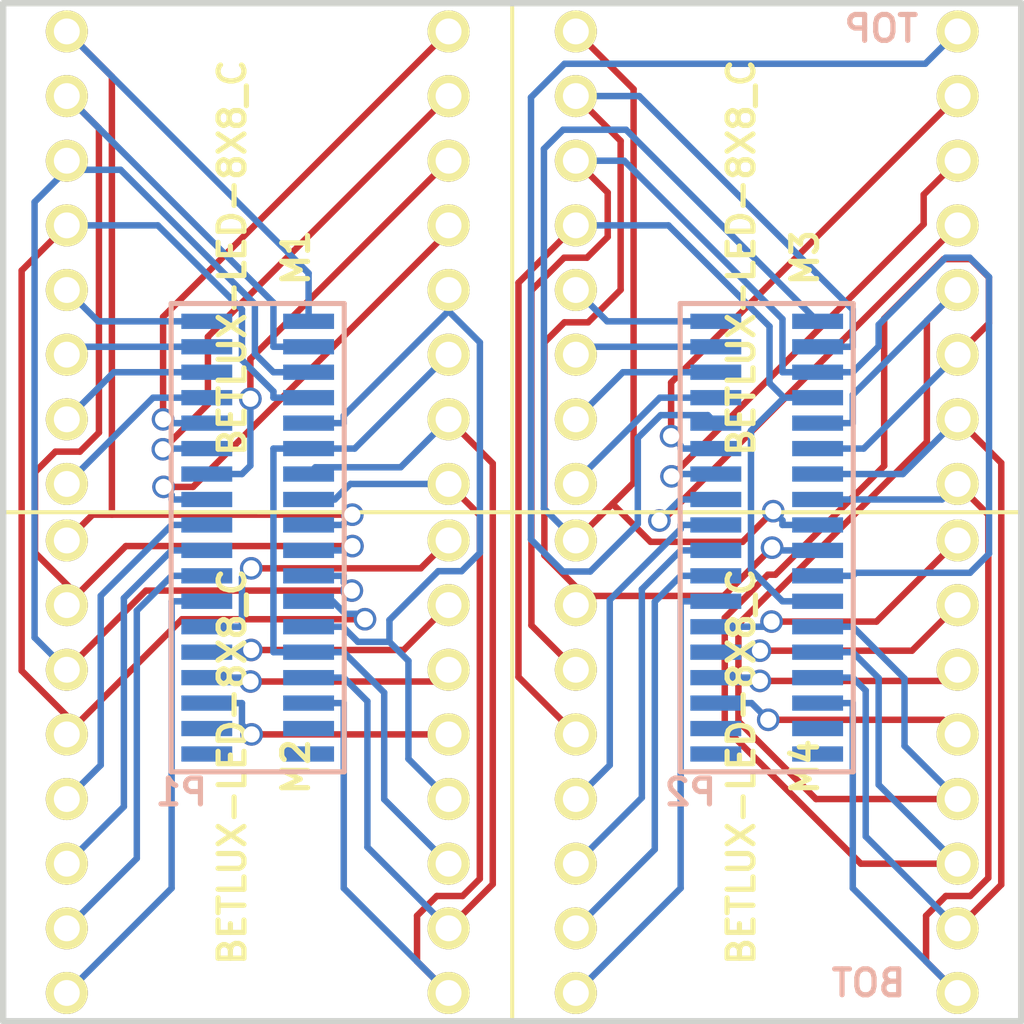
<source format=kicad_pcb>
(kicad_pcb (version 3) (host pcbnew "(2013-mar-13)-testing")

  (general
    (links 80)
    (no_connects 0)
    (area 39.671 49.670999 100.329 90.329001)
    (thickness 1.6)
    (drawings 6)
    (tracks 383)
    (zones 0)
    (modules 6)
    (nets 57)
  )

  (page A4)
  (layers
    (15 F.Cu signal)
    (0 B.Cu signal)
    (16 B.Adhes user)
    (17 F.Adhes user)
    (18 B.Paste user)
    (19 F.Paste user)
    (20 B.SilkS user)
    (21 F.SilkS user)
    (22 B.Mask user)
    (23 F.Mask user)
    (24 Dwgs.User user)
    (25 Cmts.User user)
    (26 Eco1.User user)
    (27 Eco2.User user)
    (28 Edge.Cuts user)
  )

  (setup
    (last_trace_width 0.254)
    (trace_clearance 0.254)
    (zone_clearance 0.508)
    (zone_45_only no)
    (trace_min 0.254)
    (segment_width 0.2)
    (edge_width 0.25)
    (via_size 0.889)
    (via_drill 0.635)
    (via_min_size 0.889)
    (via_min_drill 0.508)
    (uvia_size 0.508)
    (uvia_drill 0.127)
    (uvias_allowed no)
    (uvia_min_size 0.508)
    (uvia_min_drill 0.127)
    (pcb_text_width 0.2032)
    (pcb_text_size 1.016 1.016)
    (mod_edge_width 0.2)
    (mod_text_size 1.5 1.5)
    (mod_text_width 0.15)
    (pad_size 1.651 1.651)
    (pad_drill 1.016)
    (pad_to_mask_clearance 0.2)
    (aux_axis_origin 0 0)
    (visible_elements FFFFFF7F)
    (pcbplotparams
      (layerselection 3178497)
      (usegerberextensions true)
      (excludeedgelayer true)
      (linewidth 0.150000)
      (plotframeref false)
      (viasonmask false)
      (mode 1)
      (useauxorigin false)
      (hpglpennumber 1)
      (hpglpenspeed 20)
      (hpglpendiameter 15)
      (hpglpenoverlay 2)
      (psnegative false)
      (psa4output false)
      (plotreference true)
      (plotvalue true)
      (plotothertext true)
      (plotinvisibletext false)
      (padsonsilk false)
      (subtractmaskfromsilk false)
      (outputformat 1)
      (mirror false)
      (drillshape 1)
      (scaleselection 1)
      (outputdirectory ""))
  )

  (net 0 "")
  (net 1 /COL_A1)
  (net 2 /COL_A10)
  (net 3 /COL_A11)
  (net 4 /COL_A12)
  (net 5 /COL_A13)
  (net 6 /COL_A14)
  (net 7 /COL_A15)
  (net 8 /COL_A16)
  (net 9 /COL_A2)
  (net 10 /COL_A3)
  (net 11 /COL_A4)
  (net 12 /COL_A5)
  (net 13 /COL_A6)
  (net 14 /COL_A7)
  (net 15 /COL_A8)
  (net 16 /COL_A9)
  (net 17 /COL_B1)
  (net 18 /COL_B10)
  (net 19 /COL_B11)
  (net 20 /COL_B12)
  (net 21 /COL_B13)
  (net 22 /COL_B14)
  (net 23 /COL_B15)
  (net 24 /COL_B16)
  (net 25 /COL_B2)
  (net 26 /COL_B3)
  (net 27 /COL_B4)
  (net 28 /COL_B5)
  (net 29 /COL_B6)
  (net 30 /COL_B7)
  (net 31 /COL_B8)
  (net 32 /COL_B9)
  (net 33 /ROW_A1)
  (net 34 /ROW_A2)
  (net 35 /ROW_A3)
  (net 36 /ROW_A4)
  (net 37 /ROW_A5)
  (net 38 /ROW_A6)
  (net 39 /ROW_A7)
  (net 40 /ROW_A8)
  (net 41 /ROW_B1)
  (net 42 /ROW_B2)
  (net 43 /ROW_B3)
  (net 44 /ROW_B4)
  (net 45 /ROW_B5)
  (net 46 /ROW_B6)
  (net 47 /ROW_B7)
  (net 48 /ROW_B8)
  (net 49 N-000003)
  (net 50 N-000004)
  (net 51 N-0000043)
  (net 52 N-0000044)
  (net 53 N-0000045)
  (net 54 N-0000047)
  (net 55 N-000005)
  (net 56 N-000006)

  (net_class Default "This is the default net class."
    (clearance 0.254)
    (trace_width 0.254)
    (via_dia 0.889)
    (via_drill 0.635)
    (uvia_dia 0.508)
    (uvia_drill 0.127)
    (add_net "")
    (add_net /COL_A1)
    (add_net /COL_A10)
    (add_net /COL_A11)
    (add_net /COL_A12)
    (add_net /COL_A13)
    (add_net /COL_A14)
    (add_net /COL_A15)
    (add_net /COL_A16)
    (add_net /COL_A2)
    (add_net /COL_A3)
    (add_net /COL_A4)
    (add_net /COL_A5)
    (add_net /COL_A6)
    (add_net /COL_A7)
    (add_net /COL_A8)
    (add_net /COL_A9)
    (add_net /COL_B1)
    (add_net /COL_B10)
    (add_net /COL_B11)
    (add_net /COL_B12)
    (add_net /COL_B13)
    (add_net /COL_B14)
    (add_net /COL_B15)
    (add_net /COL_B16)
    (add_net /COL_B2)
    (add_net /COL_B3)
    (add_net /COL_B4)
    (add_net /COL_B5)
    (add_net /COL_B6)
    (add_net /COL_B7)
    (add_net /COL_B8)
    (add_net /COL_B9)
    (add_net /ROW_A1)
    (add_net /ROW_A2)
    (add_net /ROW_A3)
    (add_net /ROW_A4)
    (add_net /ROW_A5)
    (add_net /ROW_A6)
    (add_net /ROW_A7)
    (add_net /ROW_A8)
    (add_net /ROW_B1)
    (add_net /ROW_B2)
    (add_net /ROW_B3)
    (add_net /ROW_B4)
    (add_net /ROW_B5)
    (add_net /ROW_B6)
    (add_net /ROW_B7)
    (add_net /ROW_B8)
    (add_net N-000003)
    (add_net N-000004)
    (add_net N-0000043)
    (add_net N-0000044)
    (add_net N-0000045)
    (add_net N-0000047)
    (add_net N-000005)
    (add_net N-000006)
  )

  (module LED_MATRIX_20MM_8x8 (layer F.Cu) (tedit 52003DF1) (tstamp 52004771)
    (at 60 60)
    (path /52004052)
    (fp_text reference M1 (at 1.5 0 90) (layer F.SilkS)
      (effects (font (size 1.016 1.016) (thickness 0.2032)))
    )
    (fp_text value BETLUX-LED-8X8_C (at -1 0 90) (layer F.SilkS)
      (effects (font (size 1.016 1.016) (thickness 0.2032)))
    )
    (fp_line (start 0 -10) (end 10 -10) (layer F.SilkS) (width 0.15))
    (fp_line (start 10 -10) (end 10 10) (layer F.SilkS) (width 0.15))
    (fp_line (start 10 10) (end -10 10) (layer F.SilkS) (width 0.15))
    (fp_line (start -10 10) (end -10 -10) (layer F.SilkS) (width 0.15))
    (fp_line (start -10 -10) (end 0.5 -10) (layer F.SilkS) (width 0.15))
    (pad 1 thru_hole circle (at -7.5 -8.89) (size 1.651 1.651) (drill 1.016)
      (layers *.Cu *.Mask F.SilkS)
      (net 33 /ROW_A1)
    )
    (pad 2 thru_hole circle (at -7.5 -6.35) (size 1.651 1.651) (drill 1.016)
      (layers *.Cu *.Mask F.SilkS)
      (net 34 /ROW_A2)
    )
    (pad 3 thru_hole circle (at -7.5 -3.81) (size 1.651 1.651) (drill 1.016)
      (layers *.Cu *.Mask F.SilkS)
      (net 35 /ROW_A3)
    )
    (pad 4 thru_hole circle (at -7.5 -1.27) (size 1.651 1.651) (drill 1.016)
      (layers *.Cu *.Mask F.SilkS)
      (net 36 /ROW_A4)
    )
    (pad 5 thru_hole circle (at -7.5 1.27) (size 1.651 1.651) (drill 1.016)
      (layers *.Cu *.Mask F.SilkS)
      (net 1 /COL_A1)
    )
    (pad 6 thru_hole circle (at -7.5 3.81) (size 1.651 1.651) (drill 1.016)
      (layers *.Cu *.Mask F.SilkS)
      (net 9 /COL_A2)
    )
    (pad 7 thru_hole circle (at -7.5 6.35) (size 1.651 1.651) (drill 1.016)
      (layers *.Cu *.Mask F.SilkS)
      (net 10 /COL_A3)
    )
    (pad 8 thru_hole circle (at -7.5 8.89) (size 1.651 1.651) (drill 1.016)
      (layers *.Cu *.Mask F.SilkS)
      (net 11 /COL_A4)
    )
    (pad 9 thru_hole circle (at 7.5 8.89) (size 1.651 1.651) (drill 1.016)
      (layers *.Cu *.Mask F.SilkS)
      (net 40 /ROW_A8)
    )
    (pad 10 thru_hole circle (at 7.5 6.35) (size 1.651 1.651) (drill 1.016)
      (layers *.Cu *.Mask F.SilkS)
      (net 39 /ROW_A7)
    )
    (pad 11 thru_hole circle (at 7.5 3.81) (size 1.651 1.651) (drill 1.016)
      (layers *.Cu *.Mask F.SilkS)
      (net 38 /ROW_A6)
    )
    (pad 12 thru_hole circle (at 7.5 1.27) (size 1.651 1.651) (drill 1.016)
      (layers *.Cu *.Mask F.SilkS)
      (net 37 /ROW_A5)
    )
    (pad 13 thru_hole circle (at 7.5 -1.27) (size 1.651 1.651) (drill 1.016)
      (layers *.Cu *.Mask F.SilkS)
      (net 15 /COL_A8)
    )
    (pad 14 thru_hole circle (at 7.5 -3.81) (size 1.651 1.651) (drill 1.016)
      (layers *.Cu *.Mask F.SilkS)
      (net 14 /COL_A7)
    )
    (pad 15 thru_hole circle (at 7.5 -6.35) (size 1.651 1.651) (drill 1.016)
      (layers *.Cu *.Mask F.SilkS)
      (net 13 /COL_A6)
    )
    (pad 16 thru_hole circle (at 7.5 -8.89) (size 1.651 1.651) (drill 1.016)
      (layers *.Cu *.Mask F.SilkS)
      (net 12 /COL_A5)
    )
  )

  (module LED_MATRIX_20MM_8x8 (layer F.Cu) (tedit 52003DF1) (tstamp 5200478A)
    (at 60 80)
    (path /52004061)
    (fp_text reference M2 (at 1.5 0 90) (layer F.SilkS)
      (effects (font (size 1.016 1.016) (thickness 0.2032)))
    )
    (fp_text value BETLUX-LED-8X8_C (at -1 0 90) (layer F.SilkS)
      (effects (font (size 1.016 1.016) (thickness 0.2032)))
    )
    (fp_line (start 0 -10) (end 10 -10) (layer F.SilkS) (width 0.15))
    (fp_line (start 10 -10) (end 10 10) (layer F.SilkS) (width 0.15))
    (fp_line (start 10 10) (end -10 10) (layer F.SilkS) (width 0.15))
    (fp_line (start -10 10) (end -10 -10) (layer F.SilkS) (width 0.15))
    (fp_line (start -10 -10) (end 0.5 -10) (layer F.SilkS) (width 0.15))
    (pad 1 thru_hole circle (at -7.5 -8.89) (size 1.651 1.651) (drill 1.016)
      (layers *.Cu *.Mask F.SilkS)
      (net 33 /ROW_A1)
    )
    (pad 2 thru_hole circle (at -7.5 -6.35) (size 1.651 1.651) (drill 1.016)
      (layers *.Cu *.Mask F.SilkS)
      (net 34 /ROW_A2)
    )
    (pad 3 thru_hole circle (at -7.5 -3.81) (size 1.651 1.651) (drill 1.016)
      (layers *.Cu *.Mask F.SilkS)
      (net 35 /ROW_A3)
    )
    (pad 4 thru_hole circle (at -7.5 -1.27) (size 1.651 1.651) (drill 1.016)
      (layers *.Cu *.Mask F.SilkS)
      (net 36 /ROW_A4)
    )
    (pad 5 thru_hole circle (at -7.5 1.27) (size 1.651 1.651) (drill 1.016)
      (layers *.Cu *.Mask F.SilkS)
      (net 16 /COL_A9)
    )
    (pad 6 thru_hole circle (at -7.5 3.81) (size 1.651 1.651) (drill 1.016)
      (layers *.Cu *.Mask F.SilkS)
      (net 2 /COL_A10)
    )
    (pad 7 thru_hole circle (at -7.5 6.35) (size 1.651 1.651) (drill 1.016)
      (layers *.Cu *.Mask F.SilkS)
      (net 3 /COL_A11)
    )
    (pad 8 thru_hole circle (at -7.5 8.89) (size 1.651 1.651) (drill 1.016)
      (layers *.Cu *.Mask F.SilkS)
      (net 4 /COL_A12)
    )
    (pad 9 thru_hole circle (at 7.5 8.89) (size 1.651 1.651) (drill 1.016)
      (layers *.Cu *.Mask F.SilkS)
      (net 40 /ROW_A8)
    )
    (pad 10 thru_hole circle (at 7.5 6.35) (size 1.651 1.651) (drill 1.016)
      (layers *.Cu *.Mask F.SilkS)
      (net 39 /ROW_A7)
    )
    (pad 11 thru_hole circle (at 7.5 3.81) (size 1.651 1.651) (drill 1.016)
      (layers *.Cu *.Mask F.SilkS)
      (net 38 /ROW_A6)
    )
    (pad 12 thru_hole circle (at 7.5 1.27) (size 1.651 1.651) (drill 1.016)
      (layers *.Cu *.Mask F.SilkS)
      (net 37 /ROW_A5)
    )
    (pad 13 thru_hole circle (at 7.5 -1.27) (size 1.651 1.651) (drill 1.016)
      (layers *.Cu *.Mask F.SilkS)
      (net 8 /COL_A16)
    )
    (pad 14 thru_hole circle (at 7.5 -3.81) (size 1.651 1.651) (drill 1.016)
      (layers *.Cu *.Mask F.SilkS)
      (net 7 /COL_A15)
    )
    (pad 15 thru_hole circle (at 7.5 -6.35) (size 1.651 1.651) (drill 1.016)
      (layers *.Cu *.Mask F.SilkS)
      (net 6 /COL_A14)
    )
    (pad 16 thru_hole circle (at 7.5 -8.89) (size 1.651 1.651) (drill 1.016)
      (layers *.Cu *.Mask F.SilkS)
      (net 5 /COL_A13)
    )
  )

  (module LED_MATRIX_20MM_8x8 (layer F.Cu) (tedit 52003DF1) (tstamp 520047A3)
    (at 80 60)
    (path /52004070)
    (fp_text reference M3 (at 1.5 0 90) (layer F.SilkS)
      (effects (font (size 1.016 1.016) (thickness 0.2032)))
    )
    (fp_text value BETLUX-LED-8X8_C (at -1 0 90) (layer F.SilkS)
      (effects (font (size 1.016 1.016) (thickness 0.2032)))
    )
    (fp_line (start 0 -10) (end 10 -10) (layer F.SilkS) (width 0.15))
    (fp_line (start 10 -10) (end 10 10) (layer F.SilkS) (width 0.15))
    (fp_line (start 10 10) (end -10 10) (layer F.SilkS) (width 0.15))
    (fp_line (start -10 10) (end -10 -10) (layer F.SilkS) (width 0.15))
    (fp_line (start -10 -10) (end 0.5 -10) (layer F.SilkS) (width 0.15))
    (pad 1 thru_hole circle (at -7.5 -8.89) (size 1.651 1.651) (drill 1.016)
      (layers *.Cu *.Mask F.SilkS)
      (net 41 /ROW_B1)
    )
    (pad 2 thru_hole circle (at -7.5 -6.35) (size 1.651 1.651) (drill 1.016)
      (layers *.Cu *.Mask F.SilkS)
      (net 42 /ROW_B2)
    )
    (pad 3 thru_hole circle (at -7.5 -3.81) (size 1.651 1.651) (drill 1.016)
      (layers *.Cu *.Mask F.SilkS)
      (net 43 /ROW_B3)
    )
    (pad 4 thru_hole circle (at -7.5 -1.27) (size 1.651 1.651) (drill 1.016)
      (layers *.Cu *.Mask F.SilkS)
      (net 44 /ROW_B4)
    )
    (pad 5 thru_hole circle (at -7.5 1.27) (size 1.651 1.651) (drill 1.016)
      (layers *.Cu *.Mask F.SilkS)
      (net 17 /COL_B1)
    )
    (pad 6 thru_hole circle (at -7.5 3.81) (size 1.651 1.651) (drill 1.016)
      (layers *.Cu *.Mask F.SilkS)
      (net 25 /COL_B2)
    )
    (pad 7 thru_hole circle (at -7.5 6.35) (size 1.651 1.651) (drill 1.016)
      (layers *.Cu *.Mask F.SilkS)
      (net 26 /COL_B3)
    )
    (pad 8 thru_hole circle (at -7.5 8.89) (size 1.651 1.651) (drill 1.016)
      (layers *.Cu *.Mask F.SilkS)
      (net 27 /COL_B4)
    )
    (pad 9 thru_hole circle (at 7.5 8.89) (size 1.651 1.651) (drill 1.016)
      (layers *.Cu *.Mask F.SilkS)
      (net 48 /ROW_B8)
    )
    (pad 10 thru_hole circle (at 7.5 6.35) (size 1.651 1.651) (drill 1.016)
      (layers *.Cu *.Mask F.SilkS)
      (net 47 /ROW_B7)
    )
    (pad 11 thru_hole circle (at 7.5 3.81) (size 1.651 1.651) (drill 1.016)
      (layers *.Cu *.Mask F.SilkS)
      (net 46 /ROW_B6)
    )
    (pad 12 thru_hole circle (at 7.5 1.27) (size 1.651 1.651) (drill 1.016)
      (layers *.Cu *.Mask F.SilkS)
      (net 45 /ROW_B5)
    )
    (pad 13 thru_hole circle (at 7.5 -1.27) (size 1.651 1.651) (drill 1.016)
      (layers *.Cu *.Mask F.SilkS)
      (net 31 /COL_B8)
    )
    (pad 14 thru_hole circle (at 7.5 -3.81) (size 1.651 1.651) (drill 1.016)
      (layers *.Cu *.Mask F.SilkS)
      (net 30 /COL_B7)
    )
    (pad 15 thru_hole circle (at 7.5 -6.35) (size 1.651 1.651) (drill 1.016)
      (layers *.Cu *.Mask F.SilkS)
      (net 29 /COL_B6)
    )
    (pad 16 thru_hole circle (at 7.5 -8.89) (size 1.651 1.651) (drill 1.016)
      (layers *.Cu *.Mask F.SilkS)
      (net 28 /COL_B5)
    )
  )

  (module LED_MATRIX_20MM_8x8 (layer F.Cu) (tedit 52003DF1) (tstamp 520047BC)
    (at 80 80)
    (path /5200407F)
    (fp_text reference M4 (at 1.5 0 90) (layer F.SilkS)
      (effects (font (size 1.016 1.016) (thickness 0.2032)))
    )
    (fp_text value BETLUX-LED-8X8_C (at -1 0 90) (layer F.SilkS)
      (effects (font (size 1.016 1.016) (thickness 0.2032)))
    )
    (fp_line (start 0 -10) (end 10 -10) (layer F.SilkS) (width 0.15))
    (fp_line (start 10 -10) (end 10 10) (layer F.SilkS) (width 0.15))
    (fp_line (start 10 10) (end -10 10) (layer F.SilkS) (width 0.15))
    (fp_line (start -10 10) (end -10 -10) (layer F.SilkS) (width 0.15))
    (fp_line (start -10 -10) (end 0.5 -10) (layer F.SilkS) (width 0.15))
    (pad 1 thru_hole circle (at -7.5 -8.89) (size 1.651 1.651) (drill 1.016)
      (layers *.Cu *.Mask F.SilkS)
      (net 41 /ROW_B1)
    )
    (pad 2 thru_hole circle (at -7.5 -6.35) (size 1.651 1.651) (drill 1.016)
      (layers *.Cu *.Mask F.SilkS)
      (net 42 /ROW_B2)
    )
    (pad 3 thru_hole circle (at -7.5 -3.81) (size 1.651 1.651) (drill 1.016)
      (layers *.Cu *.Mask F.SilkS)
      (net 43 /ROW_B3)
    )
    (pad 4 thru_hole circle (at -7.5 -1.27) (size 1.651 1.651) (drill 1.016)
      (layers *.Cu *.Mask F.SilkS)
      (net 44 /ROW_B4)
    )
    (pad 5 thru_hole circle (at -7.5 1.27) (size 1.651 1.651) (drill 1.016)
      (layers *.Cu *.Mask F.SilkS)
      (net 32 /COL_B9)
    )
    (pad 6 thru_hole circle (at -7.5 3.81) (size 1.651 1.651) (drill 1.016)
      (layers *.Cu *.Mask F.SilkS)
      (net 18 /COL_B10)
    )
    (pad 7 thru_hole circle (at -7.5 6.35) (size 1.651 1.651) (drill 1.016)
      (layers *.Cu *.Mask F.SilkS)
      (net 19 /COL_B11)
    )
    (pad 8 thru_hole circle (at -7.5 8.89) (size 1.651 1.651) (drill 1.016)
      (layers *.Cu *.Mask F.SilkS)
      (net 20 /COL_B12)
    )
    (pad 9 thru_hole circle (at 7.5 8.89) (size 1.651 1.651) (drill 1.016)
      (layers *.Cu *.Mask F.SilkS)
      (net 48 /ROW_B8)
    )
    (pad 10 thru_hole circle (at 7.5 6.35) (size 1.651 1.651) (drill 1.016)
      (layers *.Cu *.Mask F.SilkS)
      (net 47 /ROW_B7)
    )
    (pad 11 thru_hole circle (at 7.5 3.81) (size 1.651 1.651) (drill 1.016)
      (layers *.Cu *.Mask F.SilkS)
      (net 46 /ROW_B6)
    )
    (pad 12 thru_hole circle (at 7.5 1.27) (size 1.651 1.651) (drill 1.016)
      (layers *.Cu *.Mask F.SilkS)
      (net 45 /ROW_B5)
    )
    (pad 13 thru_hole circle (at 7.5 -1.27) (size 1.651 1.651) (drill 1.016)
      (layers *.Cu *.Mask F.SilkS)
      (net 24 /COL_B16)
    )
    (pad 14 thru_hole circle (at 7.5 -3.81) (size 1.651 1.651) (drill 1.016)
      (layers *.Cu *.Mask F.SilkS)
      (net 23 /COL_B15)
    )
    (pad 15 thru_hole circle (at 7.5 -6.35) (size 1.651 1.651) (drill 1.016)
      (layers *.Cu *.Mask F.SilkS)
      (net 22 /COL_B14)
    )
    (pad 16 thru_hole circle (at 7.5 -8.89) (size 1.651 1.651) (drill 1.016)
      (layers *.Cu *.Mask F.SilkS)
      (net 21 /COL_B13)
    )
  )

  (module SMD_HEADER_18X2 (layer B.Cu) (tedit 520047BD) (tstamp 520047E9)
    (at 60 71 180)
    (path /520049BE)
    (fp_text reference P1 (at 3 -10 180) (layer B.SilkS)
      (effects (font (size 1.016 1.016) (thickness 0.2032)) (justify mirror))
    )
    (fp_text value LED-MATRIX-2X-8X8-FEMALE (at 0 10.6 180) (layer B.SilkS) hide
      (effects (font (size 1.5 1.5) (thickness 0.15)) (justify mirror))
    )
    (fp_line (start 0 9.2) (end 3.4 9.2) (layer B.SilkS) (width 0.2))
    (fp_line (start 3.4 9.2) (end 3.4 -9.2) (layer B.SilkS) (width 0.2))
    (fp_line (start 3.4 -9.2) (end -3.4 -9.2) (layer B.SilkS) (width 0.2))
    (fp_line (start -3.4 -9.2) (end -3.4 9.2) (layer B.SilkS) (width 0.2))
    (fp_line (start -3.4 9.2) (end 0.1 9.2) (layer B.SilkS) (width 0.2))
    (pad 1 smd rect (at -2 8.5 180) (size 2 0.6)
      (layers B.Cu B.Paste B.Mask)
      (net 33 /ROW_A1)
    )
    (pad 2 smd rect (at 2 8.5 180) (size 2 0.6)
      (layers B.Cu B.Paste B.Mask)
      (net 1 /COL_A1)
    )
    (pad 3 smd rect (at -2 7.5 180) (size 2 0.6)
      (layers B.Cu B.Paste B.Mask)
      (net 34 /ROW_A2)
    )
    (pad 4 smd rect (at 2 7.5 180) (size 2 0.6)
      (layers B.Cu B.Paste B.Mask)
      (net 9 /COL_A2)
    )
    (pad 5 smd rect (at -2 6.5 180) (size 2 0.6)
      (layers B.Cu B.Paste B.Mask)
      (net 35 /ROW_A3)
    )
    (pad 6 smd rect (at 2 6.5 180) (size 2 0.6)
      (layers B.Cu B.Paste B.Mask)
      (net 10 /COL_A3)
    )
    (pad 7 smd rect (at -2 5.5 180) (size 2 0.6)
      (layers B.Cu B.Paste B.Mask)
      (net 36 /ROW_A4)
    )
    (pad 8 smd rect (at 2 5.5 180) (size 2 0.6)
      (layers B.Cu B.Paste B.Mask)
      (net 11 /COL_A4)
    )
    (pad 9 smd rect (at -2 4.5 180) (size 2 0.6)
      (layers B.Cu B.Paste B.Mask)
      (net 37 /ROW_A5)
    )
    (pad 10 smd rect (at 2 4.5 180) (size 2 0.6)
      (layers B.Cu B.Paste B.Mask)
      (net 12 /COL_A5)
    )
    (pad 11 smd rect (at -2 3.5 180) (size 2 0.6)
      (layers B.Cu B.Paste B.Mask)
      (net 38 /ROW_A6)
    )
    (pad 12 smd rect (at 2 3.5 180) (size 2 0.6)
      (layers B.Cu B.Paste B.Mask)
      (net 13 /COL_A6)
    )
    (pad 13 smd rect (at -2 2.5 180) (size 2 0.6)
      (layers B.Cu B.Paste B.Mask)
      (net 39 /ROW_A7)
    )
    (pad 14 smd rect (at 2 2.5 180) (size 2 0.6)
      (layers B.Cu B.Paste B.Mask)
      (net 14 /COL_A7)
    )
    (pad 15 smd rect (at -2 1.5 180) (size 2 0.6)
      (layers B.Cu B.Paste B.Mask)
      (net 40 /ROW_A8)
    )
    (pad 16 smd rect (at 2 1.5 180) (size 2 0.6)
      (layers B.Cu B.Paste B.Mask)
      (net 15 /COL_A8)
    )
    (pad 17 smd rect (at -2 0.5 180) (size 2 0.6)
      (layers B.Cu B.Paste B.Mask)
      (net 33 /ROW_A1)
    )
    (pad 18 smd rect (at 2 0.5 180) (size 2 0.6)
      (layers B.Cu B.Paste B.Mask)
      (net 16 /COL_A9)
    )
    (pad 19 smd rect (at -2 -0.5 180) (size 2 0.6)
      (layers B.Cu B.Paste B.Mask)
      (net 34 /ROW_A2)
    )
    (pad 20 smd rect (at 2 -0.5 180) (size 2 0.6)
      (layers B.Cu B.Paste B.Mask)
      (net 2 /COL_A10)
    )
    (pad 21 smd rect (at -2 -1.5 180) (size 2 0.6)
      (layers B.Cu B.Paste B.Mask)
      (net 35 /ROW_A3)
    )
    (pad 22 smd rect (at 2 -1.5 180) (size 2 0.6)
      (layers B.Cu B.Paste B.Mask)
      (net 3 /COL_A11)
    )
    (pad 23 smd rect (at -2 -2.5 180) (size 2 0.6)
      (layers B.Cu B.Paste B.Mask)
      (net 36 /ROW_A4)
    )
    (pad 24 smd rect (at 2 -2.5 180) (size 2 0.6)
      (layers B.Cu B.Paste B.Mask)
      (net 4 /COL_A12)
    )
    (pad 25 smd rect (at -2 -3.5 180) (size 2 0.6)
      (layers B.Cu B.Paste B.Mask)
      (net 37 /ROW_A5)
    )
    (pad 26 smd rect (at 2 -3.5 180) (size 2 0.6)
      (layers B.Cu B.Paste B.Mask)
      (net 5 /COL_A13)
    )
    (pad 27 smd rect (at -2 -4.5 180) (size 2 0.6)
      (layers B.Cu B.Paste B.Mask)
      (net 38 /ROW_A6)
    )
    (pad 28 smd rect (at 2 -4.5 180) (size 2 0.6)
      (layers B.Cu B.Paste B.Mask)
      (net 6 /COL_A14)
    )
    (pad 29 smd rect (at -2 -5.5 180) (size 2 0.6)
      (layers B.Cu B.Paste B.Mask)
      (net 39 /ROW_A7)
    )
    (pad 30 smd rect (at 2 -5.5 180) (size 2 0.6)
      (layers B.Cu B.Paste B.Mask)
      (net 7 /COL_A15)
    )
    (pad 31 smd rect (at -2 -6.5 180) (size 2 0.6)
      (layers B.Cu B.Paste B.Mask)
      (net 40 /ROW_A8)
    )
    (pad 32 smd rect (at 2 -6.5 180) (size 2 0.6)
      (layers B.Cu B.Paste B.Mask)
      (net 8 /COL_A16)
    )
    (pad 33 smd rect (at -2 -7.5 180) (size 2 0.6)
      (layers B.Cu B.Paste B.Mask)
      (net 54 N-0000047)
    )
    (pad 34 smd rect (at 2 -7.5 180) (size 2 0.6)
      (layers B.Cu B.Paste B.Mask)
      (net 53 N-0000045)
    )
    (pad 35 smd rect (at -2 -8.5 180) (size 2 0.6)
      (layers B.Cu B.Paste B.Mask)
      (net 52 N-0000044)
    )
    (pad 36 smd rect (at 2 -8.5 180) (size 2 0.6)
      (layers B.Cu B.Paste B.Mask)
      (net 51 N-0000043)
    )
  )

  (module SMD_HEADER_18X2 (layer B.Cu) (tedit 52004806) (tstamp 52004816)
    (at 80 71 180)
    (path /520049CD)
    (fp_text reference P2 (at 3 -10 180) (layer B.SilkS)
      (effects (font (size 1.016 1.016) (thickness 0.2032)) (justify mirror))
    )
    (fp_text value LED-MATRIX-2X-8X8-FEMALE (at 0 10.6 180) (layer B.SilkS) hide
      (effects (font (size 1.5 1.5) (thickness 0.15)) (justify mirror))
    )
    (fp_line (start 0 9.2) (end 3.4 9.2) (layer B.SilkS) (width 0.2))
    (fp_line (start 3.4 9.2) (end 3.4 -9.2) (layer B.SilkS) (width 0.2))
    (fp_line (start 3.4 -9.2) (end -3.4 -9.2) (layer B.SilkS) (width 0.2))
    (fp_line (start -3.4 -9.2) (end -3.4 9.2) (layer B.SilkS) (width 0.2))
    (fp_line (start -3.4 9.2) (end 0.1 9.2) (layer B.SilkS) (width 0.2))
    (pad 1 smd rect (at -2 8.5 180) (size 2 0.6)
      (layers B.Cu B.Paste B.Mask)
      (net 41 /ROW_B1)
    )
    (pad 2 smd rect (at 2 8.5 180) (size 2 0.6)
      (layers B.Cu B.Paste B.Mask)
      (net 17 /COL_B1)
    )
    (pad 3 smd rect (at -2 7.5 180) (size 2 0.6)
      (layers B.Cu B.Paste B.Mask)
      (net 42 /ROW_B2)
    )
    (pad 4 smd rect (at 2 7.5 180) (size 2 0.6)
      (layers B.Cu B.Paste B.Mask)
      (net 25 /COL_B2)
    )
    (pad 5 smd rect (at -2 6.5 180) (size 2 0.6)
      (layers B.Cu B.Paste B.Mask)
      (net 43 /ROW_B3)
    )
    (pad 6 smd rect (at 2 6.5 180) (size 2 0.6)
      (layers B.Cu B.Paste B.Mask)
      (net 26 /COL_B3)
    )
    (pad 7 smd rect (at -2 5.5 180) (size 2 0.6)
      (layers B.Cu B.Paste B.Mask)
      (net 44 /ROW_B4)
    )
    (pad 8 smd rect (at 2 5.5 180) (size 2 0.6)
      (layers B.Cu B.Paste B.Mask)
      (net 27 /COL_B4)
    )
    (pad 9 smd rect (at -2 4.5 180) (size 2 0.6)
      (layers B.Cu B.Paste B.Mask)
      (net 45 /ROW_B5)
    )
    (pad 10 smd rect (at 2 4.5 180) (size 2 0.6)
      (layers B.Cu B.Paste B.Mask)
      (net 28 /COL_B5)
    )
    (pad 11 smd rect (at -2 3.5 180) (size 2 0.6)
      (layers B.Cu B.Paste B.Mask)
      (net 46 /ROW_B6)
    )
    (pad 12 smd rect (at 2 3.5 180) (size 2 0.6)
      (layers B.Cu B.Paste B.Mask)
      (net 29 /COL_B6)
    )
    (pad 13 smd rect (at -2 2.5 180) (size 2 0.6)
      (layers B.Cu B.Paste B.Mask)
      (net 47 /ROW_B7)
    )
    (pad 14 smd rect (at 2 2.5 180) (size 2 0.6)
      (layers B.Cu B.Paste B.Mask)
      (net 30 /COL_B7)
    )
    (pad 15 smd rect (at -2 1.5 180) (size 2 0.6)
      (layers B.Cu B.Paste B.Mask)
      (net 48 /ROW_B8)
    )
    (pad 16 smd rect (at 2 1.5 180) (size 2 0.6)
      (layers B.Cu B.Paste B.Mask)
      (net 31 /COL_B8)
    )
    (pad 17 smd rect (at -2 0.5 180) (size 2 0.6)
      (layers B.Cu B.Paste B.Mask)
      (net 41 /ROW_B1)
    )
    (pad 18 smd rect (at 2 0.5 180) (size 2 0.6)
      (layers B.Cu B.Paste B.Mask)
      (net 32 /COL_B9)
    )
    (pad 19 smd rect (at -2 -0.5 180) (size 2 0.6)
      (layers B.Cu B.Paste B.Mask)
      (net 42 /ROW_B2)
    )
    (pad 20 smd rect (at 2 -0.5 180) (size 2 0.6)
      (layers B.Cu B.Paste B.Mask)
      (net 18 /COL_B10)
    )
    (pad 21 smd rect (at -2 -1.5 180) (size 2 0.6)
      (layers B.Cu B.Paste B.Mask)
      (net 43 /ROW_B3)
    )
    (pad 22 smd rect (at 2 -1.5 180) (size 2 0.6)
      (layers B.Cu B.Paste B.Mask)
      (net 19 /COL_B11)
    )
    (pad 23 smd rect (at -2 -2.5 180) (size 2 0.6)
      (layers B.Cu B.Paste B.Mask)
      (net 44 /ROW_B4)
    )
    (pad 24 smd rect (at 2 -2.5 180) (size 2 0.6)
      (layers B.Cu B.Paste B.Mask)
      (net 20 /COL_B12)
    )
    (pad 25 smd rect (at -2 -3.5 180) (size 2 0.6)
      (layers B.Cu B.Paste B.Mask)
      (net 45 /ROW_B5)
    )
    (pad 26 smd rect (at 2 -3.5 180) (size 2 0.6)
      (layers B.Cu B.Paste B.Mask)
      (net 21 /COL_B13)
    )
    (pad 27 smd rect (at -2 -4.5 180) (size 2 0.6)
      (layers B.Cu B.Paste B.Mask)
      (net 46 /ROW_B6)
    )
    (pad 28 smd rect (at 2 -4.5 180) (size 2 0.6)
      (layers B.Cu B.Paste B.Mask)
      (net 22 /COL_B14)
    )
    (pad 29 smd rect (at -2 -5.5 180) (size 2 0.6)
      (layers B.Cu B.Paste B.Mask)
      (net 47 /ROW_B7)
    )
    (pad 30 smd rect (at 2 -5.5 180) (size 2 0.6)
      (layers B.Cu B.Paste B.Mask)
      (net 23 /COL_B15)
    )
    (pad 31 smd rect (at -2 -6.5 180) (size 2 0.6)
      (layers B.Cu B.Paste B.Mask)
      (net 48 /ROW_B8)
    )
    (pad 32 smd rect (at 2 -6.5 180) (size 2 0.6)
      (layers B.Cu B.Paste B.Mask)
      (net 24 /COL_B16)
    )
    (pad 33 smd rect (at -2 -7.5 180) (size 2 0.6)
      (layers B.Cu B.Paste B.Mask)
      (net 50 N-000004)
    )
    (pad 34 smd rect (at 2 -7.5 180) (size 2 0.6)
      (layers B.Cu B.Paste B.Mask)
      (net 56 N-000006)
    )
    (pad 35 smd rect (at -2 -8.5 180) (size 2 0.6)
      (layers B.Cu B.Paste B.Mask)
      (net 49 N-000003)
    )
    (pad 36 smd rect (at 2 -8.5 180) (size 2 0.6)
      (layers B.Cu B.Paste B.Mask)
      (net 55 N-000005)
    )
  )

  (gr_text BOT (at 84 88.5) (layer B.SilkS)
    (effects (font (size 1.016 1.016) (thickness 0.2032)) (justify mirror))
  )
  (gr_text TOP (at 84.5 51) (layer B.SilkS)
    (effects (font (size 1.016 1.016) (thickness 0.2032)) (justify mirror))
  )
  (gr_line (start 90 90) (end 90 50) (angle 90) (layer Edge.Cuts) (width 0.25))
  (gr_line (start 50 90) (end 90 90) (angle 90) (layer Edge.Cuts) (width 0.25))
  (gr_line (start 50 50) (end 50 90) (angle 90) (layer Edge.Cuts) (width 0.25))
  (gr_line (start 90 50) (end 50 50) (angle 90) (layer Edge.Cuts) (width 0.25))

  (segment (start 53.73 62.5) (end 52.5 61.27) (width 0.254) (layer B.Cu) (net 1))
  (segment (start 58 62.5) (end 53.73 62.5) (width 0.254) (layer B.Cu) (net 1))
  (segment (start 58 71.5) (end 56.6187 71.5) (width 0.254) (layer B.Cu) (net 2))
  (segment (start 54.7425 81.5675) (end 52.5 83.81) (width 0.254) (layer B.Cu) (net 2))
  (segment (start 54.7425 73.3762) (end 54.7425 81.5675) (width 0.254) (layer B.Cu) (net 2))
  (segment (start 56.6187 71.5) (end 54.7425 73.3762) (width 0.254) (layer B.Cu) (net 2))
  (segment (start 58 72.5) (end 56.6187 72.5) (width 0.254) (layer B.Cu) (net 3))
  (segment (start 55.2508 83.5992) (end 52.5 86.35) (width 0.254) (layer B.Cu) (net 3))
  (segment (start 55.2508 73.8679) (end 55.2508 83.5992) (width 0.254) (layer B.Cu) (net 3))
  (segment (start 56.6187 72.5) (end 55.2508 73.8679) (width 0.254) (layer B.Cu) (net 3))
  (segment (start 56.6187 84.7713) (end 52.5 88.89) (width 0.254) (layer B.Cu) (net 4))
  (segment (start 56.6187 73.5) (end 56.6187 84.7713) (width 0.254) (layer B.Cu) (net 4))
  (segment (start 58 73.5) (end 56.6187 73.5) (width 0.254) (layer B.Cu) (net 4))
  (via (at 59.7459 72.2051) (size 0.889) (layers F.Cu B.Cu) (net 5))
  (segment (start 59.3813 72.5697) (end 59.7459 72.2051) (width 0.254) (layer B.Cu) (net 5))
  (segment (start 59.3813 74.5) (end 59.3813 72.5697) (width 0.254) (layer B.Cu) (net 5))
  (segment (start 66.4049 72.2051) (end 67.5 71.11) (width 0.254) (layer F.Cu) (net 5))
  (segment (start 59.7459 72.2051) (end 66.4049 72.2051) (width 0.254) (layer F.Cu) (net 5))
  (segment (start 58 74.5) (end 59.3813 74.5) (width 0.254) (layer B.Cu) (net 5))
  (via (at 59.7459 75.4135) (size 0.889) (layers F.Cu B.Cu) (net 6))
  (segment (start 59.4678 75.4135) (end 59.7459 75.4135) (width 0.254) (layer B.Cu) (net 6))
  (segment (start 59.3813 75.5) (end 59.4678 75.4135) (width 0.254) (layer B.Cu) (net 6))
  (segment (start 65.7365 75.4135) (end 67.5 73.65) (width 0.254) (layer F.Cu) (net 6))
  (segment (start 59.7459 75.4135) (end 65.7365 75.4135) (width 0.254) (layer F.Cu) (net 6))
  (segment (start 58 75.5) (end 59.3813 75.5) (width 0.254) (layer B.Cu) (net 6))
  (via (at 59.7172 76.6533) (size 0.889) (layers F.Cu B.Cu) (net 7))
  (segment (start 59.5346 76.6533) (end 59.7172 76.6533) (width 0.254) (layer B.Cu) (net 7))
  (segment (start 59.3813 76.5) (end 59.5346 76.6533) (width 0.254) (layer B.Cu) (net 7))
  (segment (start 67.0367 76.6533) (end 59.7172 76.6533) (width 0.254) (layer F.Cu) (net 7))
  (segment (start 67.5 76.19) (end 67.0367 76.6533) (width 0.254) (layer F.Cu) (net 7))
  (segment (start 58 76.5) (end 59.3813 76.5) (width 0.254) (layer B.Cu) (net 7))
  (via (at 59.7606 78.73) (size 0.889) (layers F.Cu B.Cu) (net 8))
  (segment (start 58 77.5) (end 59.3813 77.5) (width 0.254) (layer B.Cu) (net 8))
  (segment (start 59.3813 78.3507) (end 59.7606 78.73) (width 0.254) (layer B.Cu) (net 8))
  (segment (start 59.3813 77.5) (end 59.3813 78.3507) (width 0.254) (layer B.Cu) (net 8))
  (segment (start 67.5 78.73) (end 59.7606 78.73) (width 0.254) (layer F.Cu) (net 8))
  (segment (start 52.81 63.5) (end 52.5 63.81) (width 0.254) (layer B.Cu) (net 9))
  (segment (start 58 63.5) (end 52.81 63.5) (width 0.254) (layer B.Cu) (net 9))
  (segment (start 54.35 64.5) (end 52.5 66.35) (width 0.254) (layer B.Cu) (net 10))
  (segment (start 58 64.5) (end 54.35 64.5) (width 0.254) (layer B.Cu) (net 10))
  (segment (start 55.89 65.5) (end 52.5 68.89) (width 0.254) (layer B.Cu) (net 11))
  (segment (start 58 65.5) (end 55.89 65.5) (width 0.254) (layer B.Cu) (net 11))
  (via (at 56.2828 66.3518) (size 0.889) (layers F.Cu B.Cu) (net 12))
  (segment (start 58 66.5) (end 56.6187 66.5) (width 0.254) (layer B.Cu) (net 12))
  (segment (start 56.4705 66.3518) (end 56.2828 66.3518) (width 0.254) (layer B.Cu) (net 12))
  (segment (start 56.6187 66.5) (end 56.4705 66.3518) (width 0.254) (layer B.Cu) (net 12))
  (segment (start 56.2828 62.3272) (end 56.2828 66.3518) (width 0.254) (layer F.Cu) (net 12))
  (segment (start 67.5 51.11) (end 56.2828 62.3272) (width 0.254) (layer F.Cu) (net 12))
  (via (at 56.2746 67.5282) (size 0.889) (layers F.Cu B.Cu) (net 13))
  (segment (start 56.3028 67.5) (end 56.2746 67.5282) (width 0.254) (layer B.Cu) (net 13))
  (segment (start 58 67.5) (end 56.3028 67.5) (width 0.254) (layer B.Cu) (net 13))
  (segment (start 58.0444 63.1056) (end 67.5 53.65) (width 0.254) (layer F.Cu) (net 13))
  (segment (start 58.0444 65.7584) (end 58.0444 63.1056) (width 0.254) (layer F.Cu) (net 13))
  (segment (start 56.2746 67.5282) (end 58.0444 65.7584) (width 0.254) (layer F.Cu) (net 13))
  (via (at 59.7127 65.5432) (size 0.889) (layers F.Cu B.Cu) (net 14))
  (segment (start 58 68.5) (end 59.3813 68.5) (width 0.254) (layer B.Cu) (net 14))
  (segment (start 59.7127 68.1686) (end 59.7127 65.5432) (width 0.254) (layer B.Cu) (net 14))
  (segment (start 59.3813 68.5) (end 59.7127 68.1686) (width 0.254) (layer B.Cu) (net 14))
  (segment (start 59.7127 63.9773) (end 59.7127 65.5432) (width 0.254) (layer F.Cu) (net 14))
  (segment (start 67.5 56.19) (end 59.7127 63.9773) (width 0.254) (layer F.Cu) (net 14))
  (via (at 56.3009 69.0051) (size 0.889) (layers F.Cu B.Cu) (net 15))
  (segment (start 58 69.5) (end 56.6187 69.5) (width 0.254) (layer B.Cu) (net 15))
  (segment (start 56.6187 69.3229) (end 56.3009 69.0051) (width 0.254) (layer B.Cu) (net 15))
  (segment (start 56.6187 69.5) (end 56.6187 69.3229) (width 0.254) (layer B.Cu) (net 15))
  (segment (start 57.4587 69.0051) (end 56.3009 69.0051) (width 0.254) (layer F.Cu) (net 15))
  (segment (start 67.5 58.9638) (end 57.4587 69.0051) (width 0.254) (layer F.Cu) (net 15))
  (segment (start 67.5 58.73) (end 67.5 58.9638) (width 0.254) (layer F.Cu) (net 15))
  (segment (start 53.8331 79.9369) (end 52.5 81.27) (width 0.254) (layer B.Cu) (net 16))
  (segment (start 53.8331 73.2856) (end 53.8331 79.9369) (width 0.254) (layer B.Cu) (net 16))
  (segment (start 56.6187 70.5) (end 53.8331 73.2856) (width 0.254) (layer B.Cu) (net 16))
  (segment (start 58 70.5) (end 56.6187 70.5) (width 0.254) (layer B.Cu) (net 16))
  (segment (start 73.73 62.5) (end 72.5 61.27) (width 0.254) (layer B.Cu) (net 17))
  (segment (start 78 62.5) (end 73.73 62.5) (width 0.254) (layer B.Cu) (net 17))
  (segment (start 78 71.5) (end 76.6187 71.5) (width 0.254) (layer B.Cu) (net 18))
  (segment (start 75.0938 81.2162) (end 72.5 83.81) (width 0.254) (layer B.Cu) (net 18))
  (segment (start 75.0938 73.0249) (end 75.0938 81.2162) (width 0.254) (layer B.Cu) (net 18))
  (segment (start 76.6187 71.5) (end 75.0938 73.0249) (width 0.254) (layer B.Cu) (net 18))
  (segment (start 78 72.5) (end 76.6187 72.5) (width 0.254) (layer B.Cu) (net 19))
  (segment (start 75.6021 83.2479) (end 72.5 86.35) (width 0.254) (layer B.Cu) (net 19))
  (segment (start 75.6021 73.5166) (end 75.6021 83.2479) (width 0.254) (layer B.Cu) (net 19))
  (segment (start 76.6187 72.5) (end 75.6021 73.5166) (width 0.254) (layer B.Cu) (net 19))
  (segment (start 78 73.5) (end 76.6187 73.5) (width 0.254) (layer B.Cu) (net 20))
  (segment (start 76.6187 84.7713) (end 72.5 88.89) (width 0.254) (layer B.Cu) (net 20))
  (segment (start 76.6187 73.5) (end 76.6187 84.7713) (width 0.254) (layer B.Cu) (net 20))
  (via (at 80.1898 74.2975) (size 0.889) (layers F.Cu B.Cu) (net 21))
  (segment (start 79.9873 74.5) (end 80.1898 74.2975) (width 0.254) (layer B.Cu) (net 21))
  (segment (start 78 74.5) (end 79.9873 74.5) (width 0.254) (layer B.Cu) (net 21))
  (segment (start 84.3125 74.2975) (end 80.1898 74.2975) (width 0.254) (layer F.Cu) (net 21))
  (segment (start 87.5 71.11) (end 84.3125 74.2975) (width 0.254) (layer F.Cu) (net 21))
  (via (at 79.7347 75.4409) (size 0.889) (layers F.Cu B.Cu) (net 22))
  (segment (start 79.4404 75.4409) (end 79.7347 75.4409) (width 0.254) (layer B.Cu) (net 22))
  (segment (start 79.3813 75.5) (end 79.4404 75.4409) (width 0.254) (layer B.Cu) (net 22))
  (segment (start 85.7091 75.4409) (end 79.7347 75.4409) (width 0.254) (layer F.Cu) (net 22))
  (segment (start 87.5 73.65) (end 85.7091 75.4409) (width 0.254) (layer F.Cu) (net 22))
  (segment (start 78 75.5) (end 79.3813 75.5) (width 0.254) (layer B.Cu) (net 22))
  (via (at 79.7319 76.6292) (size 0.889) (layers F.Cu B.Cu) (net 23))
  (segment (start 79.5105 76.6292) (end 79.7319 76.6292) (width 0.254) (layer B.Cu) (net 23))
  (segment (start 79.3813 76.5) (end 79.5105 76.6292) (width 0.254) (layer B.Cu) (net 23))
  (segment (start 87.0608 76.6292) (end 79.7319 76.6292) (width 0.254) (layer F.Cu) (net 23))
  (segment (start 87.5 76.19) (end 87.0608 76.6292) (width 0.254) (layer F.Cu) (net 23))
  (segment (start 78 76.5) (end 79.3813 76.5) (width 0.254) (layer B.Cu) (net 23))
  (via (at 80.06 78.1564) (size 0.889) (layers F.Cu B.Cu) (net 24))
  (segment (start 79.4036 77.5) (end 80.06 78.1564) (width 0.254) (layer B.Cu) (net 24))
  (segment (start 78 77.5) (end 79.4036 77.5) (width 0.254) (layer B.Cu) (net 24))
  (segment (start 86.9264 78.1564) (end 87.5 78.73) (width 0.254) (layer F.Cu) (net 24))
  (segment (start 80.06 78.1564) (end 86.9264 78.1564) (width 0.254) (layer F.Cu) (net 24))
  (segment (start 72.81 63.5) (end 72.5 63.81) (width 0.254) (layer B.Cu) (net 25))
  (segment (start 78 63.5) (end 72.81 63.5) (width 0.254) (layer B.Cu) (net 25))
  (segment (start 74.35 64.5) (end 72.5 66.35) (width 0.254) (layer B.Cu) (net 26))
  (segment (start 76.6187 64.5) (end 74.35 64.5) (width 0.254) (layer B.Cu) (net 26))
  (segment (start 78 64.5) (end 76.6187 64.5) (width 0.254) (layer B.Cu) (net 26))
  (segment (start 72.5 68.8002) (end 72.5 68.89) (width 0.254) (layer B.Cu) (net 27))
  (segment (start 75.8002 65.5) (end 72.5 68.8002) (width 0.254) (layer B.Cu) (net 27))
  (segment (start 78 65.5) (end 75.8002 65.5) (width 0.254) (layer B.Cu) (net 27))
  (segment (start 77.6855 66.1855) (end 78 66.5) (width 0.254) (layer B.Cu) (net 28))
  (segment (start 75.8334 66.1855) (end 77.6855 66.1855) (width 0.254) (layer B.Cu) (net 28))
  (segment (start 74.9352 67.0837) (end 75.8334 66.1855) (width 0.254) (layer B.Cu) (net 28))
  (segment (start 74.9352 70.4612) (end 74.9352 67.0837) (width 0.254) (layer B.Cu) (net 28))
  (segment (start 73.0664 72.33) (end 74.9352 70.4612) (width 0.254) (layer B.Cu) (net 28))
  (segment (start 71.997 72.33) (end 73.0664 72.33) (width 0.254) (layer B.Cu) (net 28))
  (segment (start 70.7384 71.0714) (end 71.997 72.33) (width 0.254) (layer B.Cu) (net 28))
  (segment (start 70.7384 53.6989) (end 70.7384 71.0714) (width 0.254) (layer B.Cu) (net 28))
  (segment (start 72.0573 52.38) (end 70.7384 53.6989) (width 0.254) (layer B.Cu) (net 28))
  (segment (start 86.23 52.38) (end 72.0573 52.38) (width 0.254) (layer B.Cu) (net 28))
  (segment (start 87.5 51.11) (end 86.23 52.38) (width 0.254) (layer B.Cu) (net 28))
  (via (at 76.2431 67.0114) (size 0.889) (layers F.Cu B.Cu) (net 29))
  (segment (start 76.6187 67.387) (end 76.2431 67.0114) (width 0.254) (layer B.Cu) (net 29))
  (segment (start 76.6187 67.5) (end 76.6187 67.387) (width 0.254) (layer B.Cu) (net 29))
  (segment (start 76.2431 64.9069) (end 87.5 53.65) (width 0.254) (layer F.Cu) (net 29))
  (segment (start 76.2431 67.0114) (end 76.2431 64.9069) (width 0.254) (layer F.Cu) (net 29))
  (segment (start 78 67.5) (end 76.6187 67.5) (width 0.254) (layer B.Cu) (net 29))
  (via (at 76.2598 68.5907) (size 0.889) (layers F.Cu B.Cu) (net 30))
  (segment (start 76.528 68.5907) (end 76.2598 68.5907) (width 0.254) (layer B.Cu) (net 30))
  (segment (start 76.6187 68.5) (end 76.528 68.5907) (width 0.254) (layer B.Cu) (net 30))
  (segment (start 86.1669 57.5231) (end 87.5 56.19) (width 0.254) (layer F.Cu) (net 30))
  (segment (start 86.1669 58.6836) (end 86.1669 57.5231) (width 0.254) (layer F.Cu) (net 30))
  (segment (start 76.2598 68.5907) (end 86.1669 58.6836) (width 0.254) (layer F.Cu) (net 30))
  (segment (start 78 68.5) (end 76.6187 68.5) (width 0.254) (layer B.Cu) (net 30))
  (via (at 75.783 70.328) (size 0.889) (layers F.Cu B.Cu) (net 31))
  (segment (start 76.611 69.5) (end 75.783 70.328) (width 0.254) (layer B.Cu) (net 31))
  (segment (start 78 69.5) (end 76.611 69.5) (width 0.254) (layer B.Cu) (net 31))
  (segment (start 75.902 70.328) (end 75.783 70.328) (width 0.254) (layer F.Cu) (net 31))
  (segment (start 87.5 58.73) (end 75.902 70.328) (width 0.254) (layer F.Cu) (net 31))
  (segment (start 78 70.5) (end 76.6187 70.5) (width 0.254) (layer B.Cu) (net 32))
  (segment (start 76.6187 70.6603) (end 76.6187 70.5) (width 0.254) (layer B.Cu) (net 32))
  (segment (start 73.8331 73.4459) (end 76.6187 70.6603) (width 0.254) (layer B.Cu) (net 32))
  (segment (start 73.8331 79.9369) (end 73.8331 73.4459) (width 0.254) (layer B.Cu) (net 32))
  (segment (start 72.5 81.27) (end 73.8331 79.9369) (width 0.254) (layer B.Cu) (net 32))
  (via (at 63.7177 70.0969) (size 0.889) (layers F.Cu B.Cu) (net 33))
  (segment (start 62 60.61) (end 62 62.5) (width 0.254) (layer B.Cu) (net 33))
  (segment (start 52.5 51.11) (end 62 60.61) (width 0.254) (layer B.Cu) (net 33))
  (segment (start 63.3813 70.4333) (end 63.7177 70.0969) (width 0.254) (layer B.Cu) (net 33))
  (segment (start 63.3813 70.5) (end 63.3813 70.4333) (width 0.254) (layer B.Cu) (net 33))
  (segment (start 62 70.5) (end 63.3813 70.5) (width 0.254) (layer B.Cu) (net 33))
  (segment (start 54.2711 52.8811) (end 54.2711 70.0969) (width 0.254) (layer F.Cu) (net 33))
  (segment (start 52.5 51.11) (end 54.2711 52.8811) (width 0.254) (layer F.Cu) (net 33))
  (segment (start 63.7177 70.0969) (end 54.2711 70.0969) (width 0.254) (layer F.Cu) (net 33))
  (segment (start 53.5131 70.0969) (end 52.5 71.11) (width 0.254) (layer F.Cu) (net 33))
  (segment (start 54.2711 70.0969) (end 53.5131 70.0969) (width 0.254) (layer F.Cu) (net 33))
  (via (at 63.7234 71.3306) (size 0.889) (layers F.Cu B.Cu) (net 34))
  (segment (start 53.762 54.912) (end 52.5 53.65) (width 0.254) (layer F.Cu) (net 34))
  (segment (start 53.762 66.8731) (end 53.762 54.912) (width 0.254) (layer F.Cu) (net 34))
  (segment (start 53.0151 67.62) (end 53.762 66.8731) (width 0.254) (layer F.Cu) (net 34))
  (segment (start 52.0546 67.62) (end 53.0151 67.62) (width 0.254) (layer F.Cu) (net 34))
  (segment (start 51.2502 68.4244) (end 52.0546 67.62) (width 0.254) (layer F.Cu) (net 34))
  (segment (start 51.2502 71.5926) (end 51.2502 68.4244) (width 0.254) (layer F.Cu) (net 34))
  (segment (start 52.9038 73.2462) (end 51.2502 71.5926) (width 0.254) (layer F.Cu) (net 34))
  (segment (start 52.9038 73.2462) (end 52.5 73.65) (width 0.254) (layer F.Cu) (net 34))
  (segment (start 62 63.5) (end 60.6187 63.5) (width 0.254) (layer B.Cu) (net 34))
  (segment (start 60.6187 61.7687) (end 52.5 53.65) (width 0.254) (layer B.Cu) (net 34))
  (segment (start 60.6187 63.5) (end 60.6187 61.7687) (width 0.254) (layer B.Cu) (net 34))
  (segment (start 63.554 71.5) (end 63.7234 71.3306) (width 0.254) (layer B.Cu) (net 34))
  (segment (start 62 71.5) (end 63.554 71.5) (width 0.254) (layer B.Cu) (net 34))
  (segment (start 54.8194 71.3306) (end 63.7234 71.3306) (width 0.254) (layer F.Cu) (net 34))
  (segment (start 52.9038 73.2462) (end 54.8194 71.3306) (width 0.254) (layer F.Cu) (net 34))
  (via (at 63.6993 73.0796) (size 0.889) (layers F.Cu B.Cu) (net 35))
  (segment (start 62 72.5) (end 63.3813 72.5) (width 0.254) (layer B.Cu) (net 35))
  (segment (start 63.3813 72.7616) (end 63.6993 73.0796) (width 0.254) (layer B.Cu) (net 35))
  (segment (start 63.3813 72.5) (end 63.3813 72.7616) (width 0.254) (layer B.Cu) (net 35))
  (segment (start 62 64.5) (end 60.6187 64.5) (width 0.254) (layer B.Cu) (net 35))
  (segment (start 52.5 56.19) (end 52.5 56.5461) (width 0.254) (layer B.Cu) (net 35))
  (segment (start 51.2339 57.8122) (end 52.5 56.5461) (width 0.254) (layer B.Cu) (net 35))
  (segment (start 51.2339 74.9239) (end 51.2339 57.8122) (width 0.254) (layer B.Cu) (net 35))
  (segment (start 52.5 76.19) (end 51.2339 74.9239) (width 0.254) (layer B.Cu) (net 35))
  (segment (start 54.6114 56.5461) (end 52.5 56.5461) (width 0.254) (layer B.Cu) (net 35))
  (segment (start 59.8897 61.8244) (end 54.6114 56.5461) (width 0.254) (layer B.Cu) (net 35))
  (segment (start 59.8897 63.771) (end 59.8897 61.8244) (width 0.254) (layer B.Cu) (net 35))
  (segment (start 60.6187 64.5) (end 59.8897 63.771) (width 0.254) (layer B.Cu) (net 35))
  (segment (start 55.6104 73.0796) (end 63.6993 73.0796) (width 0.254) (layer F.Cu) (net 35))
  (segment (start 52.5 76.19) (end 55.6104 73.0796) (width 0.254) (layer F.Cu) (net 35))
  (via (at 64.2148 74.2046) (size 0.889) (layers F.Cu B.Cu) (net 36))
  (segment (start 64.0018 73.9916) (end 64.2148 74.2046) (width 0.254) (layer B.Cu) (net 36))
  (segment (start 63.4435 73.9916) (end 64.0018 73.9916) (width 0.254) (layer B.Cu) (net 36))
  (segment (start 62.9519 73.5) (end 63.4435 73.9916) (width 0.254) (layer B.Cu) (net 36))
  (segment (start 62 73.5) (end 62.9519 73.5) (width 0.254) (layer B.Cu) (net 36))
  (segment (start 60.6187 65.2554) (end 60.6187 65.5) (width 0.254) (layer B.Cu) (net 36))
  (segment (start 59.3814 64.0181) (end 60.6187 65.2554) (width 0.254) (layer B.Cu) (net 36))
  (segment (start 59.3814 62.0351) (end 59.3814 64.0181) (width 0.254) (layer B.Cu) (net 36))
  (segment (start 56.0763 58.73) (end 59.3814 62.0351) (width 0.254) (layer B.Cu) (net 36))
  (segment (start 52.5 58.73) (end 56.0763 58.73) (width 0.254) (layer B.Cu) (net 36))
  (segment (start 62 65.5) (end 60.6187 65.5) (width 0.254) (layer B.Cu) (net 36))
  (segment (start 50.7255 60.5045) (end 52.5 58.73) (width 0.254) (layer F.Cu) (net 36))
  (segment (start 50.7255 76.227) (end 50.7255 60.5045) (width 0.254) (layer F.Cu) (net 36))
  (segment (start 52.8643 78.3657) (end 50.7255 76.227) (width 0.254) (layer F.Cu) (net 36))
  (segment (start 52.5 78.73) (end 52.8643 78.3657) (width 0.254) (layer F.Cu) (net 36))
  (segment (start 64.2148 74.2047) (end 64.2148 74.2046) (width 0.254) (layer F.Cu) (net 36))
  (segment (start 57.0253 74.2047) (end 64.2148 74.2047) (width 0.254) (layer F.Cu) (net 36))
  (segment (start 52.8643 78.3657) (end 57.0253 74.2047) (width 0.254) (layer F.Cu) (net 36))
  (segment (start 62 74.5) (end 63.3813 74.5) (width 0.254) (layer B.Cu) (net 37))
  (segment (start 63.3813 74.5388) (end 63.3813 74.5) (width 0.254) (layer B.Cu) (net 37))
  (segment (start 63.9369 75.0944) (end 63.3813 74.5388) (width 0.254) (layer B.Cu) (net 37))
  (segment (start 65.1767 75.0944) (end 63.9369 75.0944) (width 0.254) (layer B.Cu) (net 37))
  (segment (start 62 66.5) (end 63.3813 66.5) (width 0.254) (layer B.Cu) (net 37))
  (segment (start 63.3813 66.2104) (end 63.3813 66.5) (width 0.254) (layer B.Cu) (net 37))
  (segment (start 67.4968 62.0949) (end 63.3813 66.2104) (width 0.254) (layer B.Cu) (net 37))
  (segment (start 68.7301 63.3283) (end 67.4968 62.0949) (width 0.254) (layer B.Cu) (net 37))
  (segment (start 68.7301 71.5989) (end 68.7301 63.3283) (width 0.254) (layer B.Cu) (net 37))
  (segment (start 68.0121 72.3169) (end 68.7301 71.5989) (width 0.254) (layer B.Cu) (net 37))
  (segment (start 67.0939 72.3169) (end 68.0121 72.3169) (width 0.254) (layer B.Cu) (net 37))
  (segment (start 65.1767 74.2341) (end 67.0939 72.3169) (width 0.254) (layer B.Cu) (net 37))
  (segment (start 65.1767 75.0944) (end 65.1767 74.2341) (width 0.254) (layer B.Cu) (net 37))
  (segment (start 67.5 61.8664) (end 67.5 61.27) (width 0.254) (layer B.Cu) (net 37))
  (segment (start 67.4967 61.8697) (end 67.5 61.8664) (width 0.254) (layer B.Cu) (net 37))
  (segment (start 67.4967 62.0949) (end 67.4967 61.8697) (width 0.254) (layer B.Cu) (net 37))
  (segment (start 67.4968 62.0949) (end 67.4967 62.0949) (width 0.254) (layer B.Cu) (net 37))
  (segment (start 65.9228 75.8405) (end 65.1767 75.0944) (width 0.254) (layer B.Cu) (net 37))
  (segment (start 65.9228 79.6928) (end 65.9228 75.8405) (width 0.254) (layer B.Cu) (net 37))
  (segment (start 67.5 81.27) (end 65.9228 79.6928) (width 0.254) (layer B.Cu) (net 37))
  (segment (start 63.81 67.5) (end 67.5 63.81) (width 0.254) (layer B.Cu) (net 38))
  (segment (start 62 67.5) (end 63.81 67.5) (width 0.254) (layer B.Cu) (net 38))
  (segment (start 60.6187 75.5) (end 60.6187 67.5) (width 0.254) (layer B.Cu) (net 38))
  (segment (start 62 67.5) (end 60.6187 67.5) (width 0.254) (layer B.Cu) (net 38))
  (segment (start 61.3094 75.5) (end 60.6187 75.5) (width 0.254) (layer B.Cu) (net 38))
  (segment (start 61.3094 75.5) (end 62 75.5) (width 0.254) (layer B.Cu) (net 38))
  (segment (start 62 75.5) (end 63.3813 75.5) (width 0.254) (layer B.Cu) (net 38))
  (segment (start 64.9705 77.0892) (end 63.3813 75.5) (width 0.254) (layer B.Cu) (net 38))
  (segment (start 64.9705 81.2805) (end 64.9705 77.0892) (width 0.254) (layer B.Cu) (net 38))
  (segment (start 67.5 83.81) (end 64.9705 81.2805) (width 0.254) (layer B.Cu) (net 38))
  (segment (start 69.2363 68.0863) (end 67.5 66.35) (width 0.254) (layer F.Cu) (net 39))
  (segment (start 69.2363 84.6137) (end 69.2363 68.0863) (width 0.254) (layer F.Cu) (net 39))
  (segment (start 67.5 86.35) (end 69.2363 84.6137) (width 0.254) (layer F.Cu) (net 39))
  (segment (start 62 76.5) (end 63.3813 76.5) (width 0.254) (layer B.Cu) (net 39))
  (segment (start 64.3106 77.4293) (end 63.3813 76.5) (width 0.254) (layer B.Cu) (net 39))
  (segment (start 64.3106 83.1606) (end 64.3106 77.4293) (width 0.254) (layer B.Cu) (net 39))
  (segment (start 67.5 86.35) (end 64.3106 83.1606) (width 0.254) (layer B.Cu) (net 39))
  (segment (start 62.2664 68.2336) (end 62 68.5) (width 0.254) (layer B.Cu) (net 39))
  (segment (start 65.6164 68.2336) (end 62.2664 68.2336) (width 0.254) (layer B.Cu) (net 39))
  (segment (start 67.5 66.35) (end 65.6164 68.2336) (width 0.254) (layer B.Cu) (net 39))
  (segment (start 68.7275 70.1175) (end 67.5 68.89) (width 0.254) (layer F.Cu) (net 40))
  (segment (start 68.7275 84.4035) (end 68.7275 70.1175) (width 0.254) (layer F.Cu) (net 40))
  (segment (start 68.051 85.08) (end 68.7275 84.4035) (width 0.254) (layer F.Cu) (net 40))
  (segment (start 67.0363 85.08) (end 68.051 85.08) (width 0.254) (layer F.Cu) (net 40))
  (segment (start 66.2607 85.8556) (end 67.0363 85.08) (width 0.254) (layer F.Cu) (net 40))
  (segment (start 66.2607 87.6507) (end 66.2607 85.8556) (width 0.254) (layer F.Cu) (net 40))
  (segment (start 67.5 88.89) (end 66.2607 87.6507) (width 0.254) (layer F.Cu) (net 40))
  (segment (start 63.3813 84.7713) (end 67.5 88.89) (width 0.254) (layer B.Cu) (net 40))
  (segment (start 63.3813 77.5) (end 63.3813 84.7713) (width 0.254) (layer B.Cu) (net 40))
  (segment (start 62 77.5) (end 63.3813 77.5) (width 0.254) (layer B.Cu) (net 40))
  (segment (start 63.0301 69.5) (end 62 69.5) (width 0.254) (layer B.Cu) (net 40))
  (segment (start 63.6401 68.89) (end 63.0301 69.5) (width 0.254) (layer B.Cu) (net 40))
  (segment (start 67.5 68.89) (end 63.6401 68.89) (width 0.254) (layer B.Cu) (net 40))
  (via (at 80.2562 69.9597) (size 0.889) (layers F.Cu B.Cu) (net 41))
  (segment (start 74.4725 54.9725) (end 82 62.5) (width 0.254) (layer B.Cu) (net 41))
  (segment (start 71.9993 54.9725) (end 74.4725 54.9725) (width 0.254) (layer B.Cu) (net 41))
  (segment (start 71.2467 55.7251) (end 71.9993 54.9725) (width 0.254) (layer B.Cu) (net 41))
  (segment (start 71.2467 69.8567) (end 71.2467 55.7251) (width 0.254) (layer B.Cu) (net 41))
  (segment (start 72.5 71.11) (end 71.2467 69.8567) (width 0.254) (layer B.Cu) (net 41))
  (segment (start 72.5 71.11) (end 73.9407 69.6693) (width 0.254) (layer F.Cu) (net 41))
  (segment (start 74.769 53.379) (end 72.5 51.11) (width 0.254) (layer F.Cu) (net 41))
  (segment (start 74.769 68.841) (end 74.769 53.379) (width 0.254) (layer F.Cu) (net 41))
  (segment (start 73.9407 69.6693) (end 74.769 68.841) (width 0.254) (layer F.Cu) (net 41))
  (segment (start 82 70.5) (end 80.6187 70.5) (width 0.254) (layer B.Cu) (net 41))
  (segment (start 80.6187 70.3222) (end 80.2562 69.9597) (width 0.254) (layer B.Cu) (net 41))
  (segment (start 80.6187 70.5) (end 80.6187 70.3222) (width 0.254) (layer B.Cu) (net 41))
  (segment (start 79.0513 71.1646) (end 80.2562 69.9597) (width 0.254) (layer F.Cu) (net 41))
  (segment (start 75.436 71.1646) (end 79.0513 71.1646) (width 0.254) (layer F.Cu) (net 41))
  (segment (start 73.9407 69.6693) (end 75.436 71.1646) (width 0.254) (layer F.Cu) (net 41))
  (via (at 80.2111 71.3921) (size 0.889) (layers F.Cu B.Cu) (net 42))
  (segment (start 80.319 71.5) (end 80.2111 71.3921) (width 0.254) (layer B.Cu) (net 42))
  (segment (start 82 71.5) (end 80.319 71.5) (width 0.254) (layer B.Cu) (net 42))
  (segment (start 78.3132 73.29) (end 72.86 73.29) (width 0.254) (layer F.Cu) (net 42))
  (segment (start 80.2111 71.3921) (end 78.3132 73.29) (width 0.254) (layer F.Cu) (net 42))
  (segment (start 72.86 73.29) (end 72.5 73.65) (width 0.254) (layer F.Cu) (net 42))
  (segment (start 74.2607 55.4107) (end 72.5 53.65) (width 0.254) (layer F.Cu) (net 42))
  (segment (start 74.2607 61.2621) (end 74.2607 55.4107) (width 0.254) (layer F.Cu) (net 42))
  (segment (start 72.9828 62.54) (end 74.2607 61.2621) (width 0.254) (layer F.Cu) (net 42))
  (segment (start 72.0517 62.54) (end 72.9828 62.54) (width 0.254) (layer F.Cu) (net 42))
  (segment (start 71.2644 63.3273) (end 72.0517 62.54) (width 0.254) (layer F.Cu) (net 42))
  (segment (start 71.2644 71.6944) (end 71.2644 63.3273) (width 0.254) (layer F.Cu) (net 42))
  (segment (start 72.86 73.29) (end 71.2644 71.6944) (width 0.254) (layer F.Cu) (net 42))
  (segment (start 83.3813 62.0408) (end 83.3813 63.5) (width 0.254) (layer B.Cu) (net 42))
  (segment (start 74.9905 53.65) (end 83.3813 62.0408) (width 0.254) (layer B.Cu) (net 42))
  (segment (start 72.5 53.65) (end 74.9905 53.65) (width 0.254) (layer B.Cu) (net 42))
  (segment (start 82 63.5) (end 83.3813 63.5) (width 0.254) (layer B.Cu) (net 42))
  (segment (start 82 64.5) (end 80.6187 64.5) (width 0.254) (layer B.Cu) (net 43))
  (segment (start 80.6187 62.4099) (end 80.6187 64.5) (width 0.254) (layer B.Cu) (net 43))
  (segment (start 74.3988 56.19) (end 80.6187 62.4099) (width 0.254) (layer B.Cu) (net 43))
  (segment (start 72.5 56.19) (end 74.3988 56.19) (width 0.254) (layer B.Cu) (net 43))
  (segment (start 82 72.5) (end 83.3813 72.5) (width 0.254) (layer B.Cu) (net 43))
  (segment (start 82 64.5) (end 83.3813 64.5) (width 0.254) (layer B.Cu) (net 43))
  (segment (start 83.5013 72.38) (end 83.3813 72.5) (width 0.254) (layer B.Cu) (net 43))
  (segment (start 87.9865 72.38) (end 83.5013 72.38) (width 0.254) (layer B.Cu) (net 43))
  (segment (start 88.7344 71.6321) (end 87.9865 72.38) (width 0.254) (layer B.Cu) (net 43))
  (segment (start 88.7344 60.7596) (end 88.7344 71.6321) (width 0.254) (layer B.Cu) (net 43))
  (segment (start 87.9748 60) (end 88.7344 60.7596) (width 0.254) (layer B.Cu) (net 43))
  (segment (start 87.0309 60) (end 87.9748 60) (width 0.254) (layer B.Cu) (net 43))
  (segment (start 84.398 62.6329) (end 87.0309 60) (width 0.254) (layer B.Cu) (net 43))
  (segment (start 84.398 63.4833) (end 84.398 62.6329) (width 0.254) (layer B.Cu) (net 43))
  (segment (start 83.3813 64.5) (end 84.398 63.4833) (width 0.254) (layer B.Cu) (net 43))
  (segment (start 70.7548 74.4448) (end 72.5 76.19) (width 0.254) (layer F.Cu) (net 43))
  (segment (start 70.7548 61.2849) (end 70.7548 74.4448) (width 0.254) (layer F.Cu) (net 43))
  (segment (start 72.0397 60) (end 70.7548 61.2849) (width 0.254) (layer F.Cu) (net 43))
  (segment (start 72.937 60) (end 72.0397 60) (width 0.254) (layer F.Cu) (net 43))
  (segment (start 73.7523 59.1847) (end 72.937 60) (width 0.254) (layer F.Cu) (net 43))
  (segment (start 73.7523 57.4423) (end 73.7523 59.1847) (width 0.254) (layer F.Cu) (net 43))
  (segment (start 72.5 56.19) (end 73.7523 57.4423) (width 0.254) (layer F.Cu) (net 43))
  (segment (start 82 65.5) (end 80.6797 65.5) (width 0.254) (layer B.Cu) (net 44))
  (segment (start 80.1104 64.9307) (end 80.6797 65.5) (width 0.254) (layer B.Cu) (net 44))
  (segment (start 80.1104 62.701) (end 80.1104 64.9307) (width 0.254) (layer B.Cu) (net 44))
  (segment (start 76.1394 58.73) (end 80.1104 62.701) (width 0.254) (layer B.Cu) (net 44))
  (segment (start 72.5 58.73) (end 76.1394 58.73) (width 0.254) (layer B.Cu) (net 44))
  (segment (start 79.3814 66.7983) (end 80.6797 65.5) (width 0.254) (layer B.Cu) (net 44))
  (segment (start 79.3814 72.2627) (end 79.3814 66.7983) (width 0.254) (layer B.Cu) (net 44))
  (segment (start 80.6187 73.5) (end 79.3814 72.2627) (width 0.254) (layer B.Cu) (net 44))
  (segment (start 82 73.5) (end 80.6187 73.5) (width 0.254) (layer B.Cu) (net 44))
  (segment (start 70.2464 76.4764) (end 72.5 78.73) (width 0.254) (layer F.Cu) (net 44))
  (segment (start 70.2464 60.9836) (end 70.2464 76.4764) (width 0.254) (layer F.Cu) (net 44))
  (segment (start 72.5 58.73) (end 70.2464 60.9836) (width 0.254) (layer F.Cu) (net 44))
  (segment (start 82 66.5) (end 83.3813 66.5) (width 0.254) (layer B.Cu) (net 45))
  (segment (start 82 74.5) (end 83.3813 74.5) (width 0.254) (layer B.Cu) (net 45))
  (segment (start 83.3813 65.3887) (end 87.5 61.27) (width 0.254) (layer B.Cu) (net 45))
  (segment (start 83.3813 66.5) (end 83.3813 65.3887) (width 0.254) (layer B.Cu) (net 45))
  (segment (start 81.9375 81.27) (end 87.5 81.27) (width 0.254) (layer F.Cu) (net 45))
  (segment (start 78.8878 78.2203) (end 81.9375 81.27) (width 0.254) (layer F.Cu) (net 45))
  (segment (start 78.8878 74.3998) (end 78.8878 78.2203) (width 0.254) (layer F.Cu) (net 45))
  (segment (start 80.1449 73.1427) (end 78.8878 74.3998) (width 0.254) (layer F.Cu) (net 45))
  (segment (start 80.3868 73.1427) (end 80.1449 73.1427) (width 0.254) (layer F.Cu) (net 45))
  (segment (start 86.2931 67.2364) (end 80.3868 73.1427) (width 0.254) (layer F.Cu) (net 45))
  (segment (start 86.2931 62.4769) (end 86.2931 67.2364) (width 0.254) (layer F.Cu) (net 45))
  (segment (start 87.5 61.27) (end 86.2931 62.4769) (width 0.254) (layer F.Cu) (net 45))
  (segment (start 85.4145 76.5332) (end 83.3813 74.5) (width 0.254) (layer B.Cu) (net 45))
  (segment (start 85.4145 79.1845) (end 85.4145 76.5332) (width 0.254) (layer B.Cu) (net 45))
  (segment (start 87.5 81.27) (end 85.4145 79.1845) (width 0.254) (layer B.Cu) (net 45))
  (segment (start 82 75.5) (end 83.3813 75.5) (width 0.254) (layer B.Cu) (net 46))
  (segment (start 83.6963 83.81) (end 87.5 83.81) (width 0.254) (layer F.Cu) (net 46))
  (segment (start 78.351 78.4647) (end 83.6963 83.81) (width 0.254) (layer F.Cu) (net 46))
  (segment (start 78.351 74.1497) (end 78.351 78.4647) (width 0.254) (layer F.Cu) (net 46))
  (segment (start 80.0458 72.4549) (end 78.351 74.1497) (width 0.254) (layer F.Cu) (net 46))
  (segment (start 80.3387 72.4549) (end 80.0458 72.4549) (width 0.254) (layer F.Cu) (net 46))
  (segment (start 84.6147 68.1789) (end 80.3387 72.4549) (width 0.254) (layer F.Cu) (net 46))
  (segment (start 84.6147 62.394) (end 84.6147 68.1789) (width 0.254) (layer F.Cu) (net 46))
  (segment (start 86.9534 60.0553) (end 84.6147 62.394) (width 0.254) (layer F.Cu) (net 46))
  (segment (start 88.0098 60.0553) (end 86.9534 60.0553) (width 0.254) (layer F.Cu) (net 46))
  (segment (start 88.7302 60.7757) (end 88.0098 60.0553) (width 0.254) (layer F.Cu) (net 46))
  (segment (start 88.7302 62.5798) (end 88.7302 60.7757) (width 0.254) (layer F.Cu) (net 46))
  (segment (start 87.5 63.81) (end 88.7302 62.5798) (width 0.254) (layer F.Cu) (net 46))
  (segment (start 83.81 67.5) (end 87.5 63.81) (width 0.254) (layer B.Cu) (net 46))
  (segment (start 82 67.5) (end 83.81 67.5) (width 0.254) (layer B.Cu) (net 46))
  (segment (start 84.3979 76.5166) (end 83.3813 75.5) (width 0.254) (layer B.Cu) (net 46))
  (segment (start 84.3979 80.7079) (end 84.3979 76.5166) (width 0.254) (layer B.Cu) (net 46))
  (segment (start 87.5 83.81) (end 84.3979 80.7079) (width 0.254) (layer B.Cu) (net 46))
  (segment (start 89.2152 68.0652) (end 87.5 66.35) (width 0.254) (layer F.Cu) (net 47))
  (segment (start 89.2152 84.6348) (end 89.2152 68.0652) (width 0.254) (layer F.Cu) (net 47))
  (segment (start 87.5 86.35) (end 89.2152 84.6348) (width 0.254) (layer F.Cu) (net 47))
  (segment (start 85.35 68.5) (end 82 68.5) (width 0.254) (layer B.Cu) (net 47))
  (segment (start 87.5 66.35) (end 85.35 68.5) (width 0.254) (layer B.Cu) (net 47))
  (segment (start 83.8896 82.7396) (end 87.5 86.35) (width 0.254) (layer B.Cu) (net 47))
  (segment (start 83.8896 77.0083) (end 83.8896 82.7396) (width 0.254) (layer B.Cu) (net 47))
  (segment (start 83.3813 76.5) (end 83.8896 77.0083) (width 0.254) (layer B.Cu) (net 47))
  (segment (start 82 76.5) (end 83.3813 76.5) (width 0.254) (layer B.Cu) (net 47))
  (segment (start 82 69.5) (end 83.3813 69.5) (width 0.254) (layer B.Cu) (net 48))
  (segment (start 86.89 69.5) (end 83.3813 69.5) (width 0.254) (layer B.Cu) (net 48))
  (segment (start 87.5 68.89) (end 86.89 69.5) (width 0.254) (layer B.Cu) (net 48))
  (segment (start 88.7068 70.0968) (end 87.5 68.89) (width 0.254) (layer F.Cu) (net 48))
  (segment (start 88.7068 84.3671) (end 88.7068 70.0968) (width 0.254) (layer F.Cu) (net 48))
  (segment (start 87.9939 85.08) (end 88.7068 84.3671) (width 0.254) (layer F.Cu) (net 48))
  (segment (start 87.0363 85.08) (end 87.9939 85.08) (width 0.254) (layer F.Cu) (net 48))
  (segment (start 86.2607 85.8556) (end 87.0363 85.08) (width 0.254) (layer F.Cu) (net 48))
  (segment (start 86.2607 87.6507) (end 86.2607 85.8556) (width 0.254) (layer F.Cu) (net 48))
  (segment (start 87.5 88.89) (end 86.2607 87.6507) (width 0.254) (layer F.Cu) (net 48))
  (segment (start 83.3813 84.7713) (end 87.5 88.89) (width 0.254) (layer B.Cu) (net 48))
  (segment (start 83.3813 77.5) (end 83.3813 84.7713) (width 0.254) (layer B.Cu) (net 48))
  (segment (start 82 77.5) (end 83.3813 77.5) (width 0.254) (layer B.Cu) (net 48))

)

</source>
